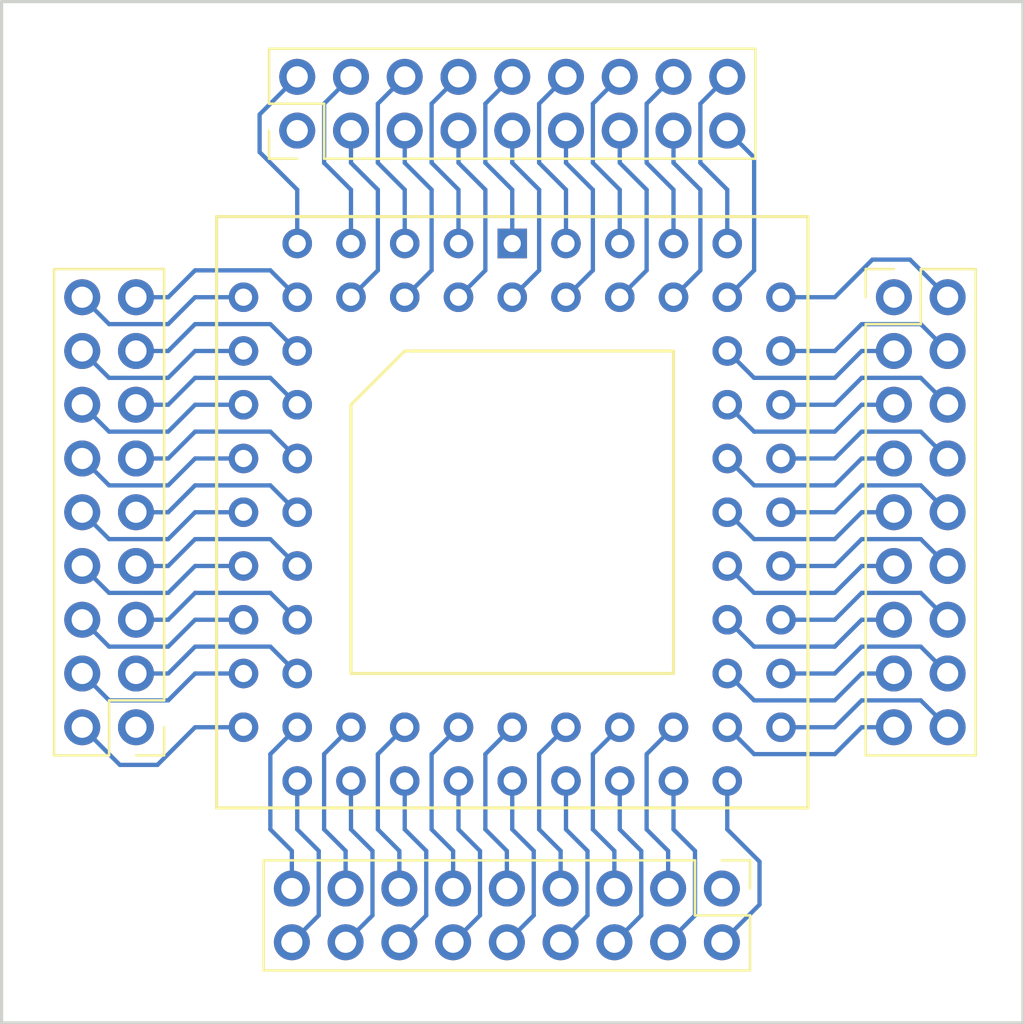
<source format=kicad_pcb>
(kicad_pcb (version 4) (host pcbnew 4.0.7)

  (general
    (links 0)
    (no_connects 0)
    (area 41.834999 36.754999 90.245001 85.165001)
    (thickness 1.6)
    (drawings 4)
    (tracks 271)
    (zones 0)
    (modules 5)
    (nets 1)
  )

  (page A4)
  (layers
    (0 F.Cu signal)
    (31 B.Cu signal)
    (36 B.SilkS user)
    (37 F.SilkS user)
    (38 B.Mask user)
    (39 F.Mask user)
    (41 Cmts.User user)
    (44 Edge.Cuts user)
    (45 Margin user)
    (46 B.CrtYd user)
    (47 F.CrtYd user)
  )

  (setup
    (last_trace_width 0.2032)
    (trace_clearance 0.1524)
    (zone_clearance 0.508)
    (zone_45_only no)
    (trace_min 0.1524)
    (segment_width 0.2)
    (edge_width 0.15)
    (via_size 0.6858)
    (via_drill 0.3302)
    (via_min_size 0.6858)
    (via_min_drill 0.3302)
    (uvia_size 0.6858)
    (uvia_drill 0.3302)
    (uvias_allowed no)
    (uvia_min_size 0)
    (uvia_min_drill 0)
    (pcb_text_width 0.3)
    (pcb_text_size 1.5 1.5)
    (mod_edge_width 0.15)
    (mod_text_size 1 1)
    (mod_text_width 0.15)
    (pad_size 1.7 1.7)
    (pad_drill 1)
    (pad_to_mask_clearance 0.0508)
    (aux_axis_origin 0 0)
    (visible_elements 7FFFFFFF)
    (pcbplotparams
      (layerselection 0x00030_80000001)
      (usegerberextensions false)
      (excludeedgelayer true)
      (linewidth 0.100000)
      (plotframeref false)
      (viasonmask false)
      (mode 1)
      (useauxorigin false)
      (hpglpennumber 1)
      (hpglpenspeed 20)
      (hpglpendiameter 15)
      (hpglpenoverlay 2)
      (psnegative false)
      (psa4output false)
      (plotreference true)
      (plotvalue true)
      (plotinvisibletext false)
      (padsonsilk false)
      (subtractmaskfromsilk false)
      (outputformat 1)
      (mirror false)
      (drillshape 1)
      (scaleselection 1)
      (outputdirectory ""))
  )

  (net 0 "")

  (net_class Default "This is the default net class."
    (clearance 0.1524)
    (trace_width 0.2032)
    (via_dia 0.6858)
    (via_drill 0.3302)
    (uvia_dia 0.6858)
    (uvia_drill 0.3302)
  )

  (module Pin_Headers:Pin_Header_Straight_2x09_Pitch2.54mm (layer F.Cu) (tedit 5A942262) (tstamp 5A91F146)
    (at 55.88 42.926 90)
    (descr "Through hole straight pin header, 2x09, 2.54mm pitch, double rows")
    (tags "Through hole pin header THT 2x09 2.54mm double row")
    (fp_text reference "" (at 1.27 -2.33 90) (layer F.SilkS) hide
      (effects (font (size 1 1) (thickness 0.15)))
    )
    (fp_text value "" (at 1.27 22.65 90) (layer F.Fab) hide
      (effects (font (size 1 1) (thickness 0.15)))
    )
    (fp_line (start 0 -1.27) (end 3.81 -1.27) (layer F.Fab) (width 0.1))
    (fp_line (start 3.81 -1.27) (end 3.81 21.59) (layer F.Fab) (width 0.1))
    (fp_line (start 3.81 21.59) (end -1.27 21.59) (layer F.Fab) (width 0.1))
    (fp_line (start -1.27 21.59) (end -1.27 0) (layer F.Fab) (width 0.1))
    (fp_line (start -1.27 0) (end 0 -1.27) (layer F.Fab) (width 0.1))
    (fp_line (start -1.33 21.65) (end 3.87 21.65) (layer F.SilkS) (width 0.12))
    (fp_line (start -1.33 1.27) (end -1.33 21.65) (layer F.SilkS) (width 0.12))
    (fp_line (start 3.87 -1.33) (end 3.87 21.65) (layer F.SilkS) (width 0.12))
    (fp_line (start -1.33 1.27) (end 1.27 1.27) (layer F.SilkS) (width 0.12))
    (fp_line (start 1.27 1.27) (end 1.27 -1.33) (layer F.SilkS) (width 0.12))
    (fp_line (start 1.27 -1.33) (end 3.87 -1.33) (layer F.SilkS) (width 0.12))
    (fp_line (start -1.33 0) (end -1.33 -1.33) (layer F.SilkS) (width 0.12))
    (fp_line (start -1.33 -1.33) (end 0 -1.33) (layer F.SilkS) (width 0.12))
    (fp_line (start -1.8 -1.8) (end -1.8 22.1) (layer F.CrtYd) (width 0.05))
    (fp_line (start -1.8 22.1) (end 4.35 22.1) (layer F.CrtYd) (width 0.05))
    (fp_line (start 4.35 22.1) (end 4.35 -1.8) (layer F.CrtYd) (width 0.05))
    (fp_line (start 4.35 -1.8) (end -1.8 -1.8) (layer F.CrtYd) (width 0.05))
    (fp_text user %R (at 1.27 10.16 180) (layer F.Fab)
      (effects (font (size 1 1) (thickness 0.15)))
    )
    (pad 1 thru_hole circle (at 0 0 90) (size 1.7 1.7) (drill 1) (layers *.Cu *.Mask))
    (pad 2 thru_hole oval (at 2.54 0 90) (size 1.7 1.7) (drill 1) (layers *.Cu *.Mask))
    (pad 3 thru_hole oval (at 0 2.54 90) (size 1.7 1.7) (drill 1) (layers *.Cu *.Mask))
    (pad 4 thru_hole oval (at 2.54 2.54 90) (size 1.7 1.7) (drill 1) (layers *.Cu *.Mask))
    (pad 5 thru_hole oval (at 0 5.08 90) (size 1.7 1.7) (drill 1) (layers *.Cu *.Mask))
    (pad 6 thru_hole oval (at 2.54 5.08 90) (size 1.7 1.7) (drill 1) (layers *.Cu *.Mask))
    (pad 7 thru_hole oval (at 0 7.62 90) (size 1.7 1.7) (drill 1) (layers *.Cu *.Mask))
    (pad 8 thru_hole oval (at 2.54 7.62 90) (size 1.7 1.7) (drill 1) (layers *.Cu *.Mask))
    (pad 9 thru_hole oval (at 0 10.16 90) (size 1.7 1.7) (drill 1) (layers *.Cu *.Mask))
    (pad 10 thru_hole oval (at 2.54 10.16 90) (size 1.7 1.7) (drill 1) (layers *.Cu *.Mask))
    (pad 11 thru_hole oval (at 0 12.7 90) (size 1.7 1.7) (drill 1) (layers *.Cu *.Mask))
    (pad 12 thru_hole oval (at 2.54 12.7 90) (size 1.7 1.7) (drill 1) (layers *.Cu *.Mask))
    (pad 13 thru_hole oval (at 0 15.24 90) (size 1.7 1.7) (drill 1) (layers *.Cu *.Mask))
    (pad 14 thru_hole oval (at 2.54 15.24 90) (size 1.7 1.7) (drill 1) (layers *.Cu *.Mask))
    (pad 15 thru_hole oval (at 0 17.78 90) (size 1.7 1.7) (drill 1) (layers *.Cu *.Mask))
    (pad 16 thru_hole oval (at 2.54 17.78 90) (size 1.7 1.7) (drill 1) (layers *.Cu *.Mask))
    (pad 17 thru_hole oval (at 0 20.32 90) (size 1.7 1.7) (drill 1) (layers *.Cu *.Mask))
    (pad 18 thru_hole oval (at 2.54 20.32 90) (size 1.7 1.7) (drill 1) (layers *.Cu *.Mask))
    (model ${KISYS3DMOD}/Pin_Headers.3dshapes/Pin_Header_Straight_2x09_Pitch2.54mm.wrl
      (at (xyz 0 0 0))
      (scale (xyz 1 1 1))
      (rotate (xyz 0 0 0))
    )
  )

  (module Pin_Headers:Pin_Header_Straight_2x09_Pitch2.54mm (layer F.Cu) (tedit 5A94241C) (tstamp 5A91F302)
    (at 75.946 78.74 270)
    (descr "Through hole straight pin header, 2x09, 2.54mm pitch, double rows")
    (tags "Through hole pin header THT 2x09 2.54mm double row")
    (fp_text reference "" (at 1.27 -2.33 270) (layer F.SilkS) hide
      (effects (font (size 1 1) (thickness 0.15)))
    )
    (fp_text value "" (at 1.27 22.65 270) (layer F.Fab) hide
      (effects (font (size 1 1) (thickness 0.15)))
    )
    (fp_line (start 0 -1.27) (end 3.81 -1.27) (layer F.Fab) (width 0.1))
    (fp_line (start 3.81 -1.27) (end 3.81 21.59) (layer F.Fab) (width 0.1))
    (fp_line (start 3.81 21.59) (end -1.27 21.59) (layer F.Fab) (width 0.1))
    (fp_line (start -1.27 21.59) (end -1.27 0) (layer F.Fab) (width 0.1))
    (fp_line (start -1.27 0) (end 0 -1.27) (layer F.Fab) (width 0.1))
    (fp_line (start -1.33 21.65) (end 3.87 21.65) (layer F.SilkS) (width 0.12))
    (fp_line (start -1.33 1.27) (end -1.33 21.65) (layer F.SilkS) (width 0.12))
    (fp_line (start 3.87 -1.33) (end 3.87 21.65) (layer F.SilkS) (width 0.12))
    (fp_line (start -1.33 1.27) (end 1.27 1.27) (layer F.SilkS) (width 0.12))
    (fp_line (start 1.27 1.27) (end 1.27 -1.33) (layer F.SilkS) (width 0.12))
    (fp_line (start 1.27 -1.33) (end 3.87 -1.33) (layer F.SilkS) (width 0.12))
    (fp_line (start -1.33 0) (end -1.33 -1.33) (layer F.SilkS) (width 0.12))
    (fp_line (start -1.33 -1.33) (end 0 -1.33) (layer F.SilkS) (width 0.12))
    (fp_line (start -1.8 -1.8) (end -1.8 22.1) (layer F.CrtYd) (width 0.05))
    (fp_line (start -1.8 22.1) (end 4.35 22.1) (layer F.CrtYd) (width 0.05))
    (fp_line (start 4.35 22.1) (end 4.35 -1.8) (layer F.CrtYd) (width 0.05))
    (fp_line (start 4.35 -1.8) (end -1.8 -1.8) (layer F.CrtYd) (width 0.05))
    (fp_text user %R (at 1.27 10.16 360) (layer F.Fab)
      (effects (font (size 1 1) (thickness 0.15)))
    )
    (pad 1 thru_hole circle (at 0 0 270) (size 1.7 1.7) (drill 1) (layers *.Cu *.Mask))
    (pad 2 thru_hole oval (at 2.54 0 270) (size 1.7 1.7) (drill 1) (layers *.Cu *.Mask))
    (pad 3 thru_hole oval (at 0 2.54 270) (size 1.7 1.7) (drill 1) (layers *.Cu *.Mask))
    (pad 4 thru_hole oval (at 2.54 2.54 270) (size 1.7 1.7) (drill 1) (layers *.Cu *.Mask))
    (pad 5 thru_hole oval (at 0 5.08 270) (size 1.7 1.7) (drill 1) (layers *.Cu *.Mask))
    (pad 6 thru_hole oval (at 2.54 5.08 270) (size 1.7 1.7) (drill 1) (layers *.Cu *.Mask))
    (pad 7 thru_hole oval (at 0 7.62 270) (size 1.7 1.7) (drill 1) (layers *.Cu *.Mask))
    (pad 8 thru_hole oval (at 2.54 7.62 270) (size 1.7 1.7) (drill 1) (layers *.Cu *.Mask))
    (pad 9 thru_hole oval (at 0 10.16 270) (size 1.7 1.7) (drill 1) (layers *.Cu *.Mask))
    (pad 10 thru_hole oval (at 2.54 10.16 270) (size 1.7 1.7) (drill 1) (layers *.Cu *.Mask))
    (pad 11 thru_hole oval (at 0 12.7 270) (size 1.7 1.7) (drill 1) (layers *.Cu *.Mask))
    (pad 12 thru_hole oval (at 2.54 12.7 270) (size 1.7 1.7) (drill 1) (layers *.Cu *.Mask))
    (pad 13 thru_hole oval (at 0 15.24 270) (size 1.7 1.7) (drill 1) (layers *.Cu *.Mask))
    (pad 14 thru_hole oval (at 2.54 15.24 270) (size 1.7 1.7) (drill 1) (layers *.Cu *.Mask))
    (pad 15 thru_hole oval (at 0 17.78 270) (size 1.7 1.7) (drill 1) (layers *.Cu *.Mask))
    (pad 16 thru_hole oval (at 2.54 17.78 270) (size 1.7 1.7) (drill 1) (layers *.Cu *.Mask))
    (pad 17 thru_hole oval (at 0 20.32 270) (size 1.7 1.7) (drill 1) (layers *.Cu *.Mask))
    (pad 18 thru_hole oval (at 2.54 20.32 270) (size 1.7 1.7) (drill 1) (layers *.Cu *.Mask))
    (model ${KISYS3DMOD}/Pin_Headers.3dshapes/Pin_Header_Straight_2x09_Pitch2.54mm.wrl
      (at (xyz 0 0 0))
      (scale (xyz 1 1 1))
      (rotate (xyz 0 0 0))
    )
  )

  (module Pin_Headers:Pin_Header_Straight_2x09_Pitch2.54mm (layer F.Cu) (tedit 5A942513) (tstamp 5A91E42C)
    (at 48.26 71.12 180)
    (descr "Through hole straight pin header, 2x09, 2.54mm pitch, double rows")
    (tags "Through hole pin header THT 2x09 2.54mm double row")
    (fp_text reference "" (at 1.27 -2.33 180) (layer F.SilkS) hide
      (effects (font (size 1 1) (thickness 0.15)))
    )
    (fp_text value "" (at 1.27 22.65 180) (layer F.Fab) hide
      (effects (font (size 1 1) (thickness 0.15)))
    )
    (fp_line (start 0 -1.27) (end 3.81 -1.27) (layer F.Fab) (width 0.1))
    (fp_line (start 3.81 -1.27) (end 3.81 21.59) (layer F.Fab) (width 0.1))
    (fp_line (start 3.81 21.59) (end -1.27 21.59) (layer F.Fab) (width 0.1))
    (fp_line (start -1.27 21.59) (end -1.27 0) (layer F.Fab) (width 0.1))
    (fp_line (start -1.27 0) (end 0 -1.27) (layer F.Fab) (width 0.1))
    (fp_line (start -1.33 21.65) (end 3.87 21.65) (layer F.SilkS) (width 0.12))
    (fp_line (start -1.33 1.27) (end -1.33 21.65) (layer F.SilkS) (width 0.12))
    (fp_line (start 3.87 -1.33) (end 3.87 21.65) (layer F.SilkS) (width 0.12))
    (fp_line (start -1.33 1.27) (end 1.27 1.27) (layer F.SilkS) (width 0.12))
    (fp_line (start 1.27 1.27) (end 1.27 -1.33) (layer F.SilkS) (width 0.12))
    (fp_line (start 1.27 -1.33) (end 3.87 -1.33) (layer F.SilkS) (width 0.12))
    (fp_line (start -1.33 0) (end -1.33 -1.33) (layer F.SilkS) (width 0.12))
    (fp_line (start -1.33 -1.33) (end 0 -1.33) (layer F.SilkS) (width 0.12))
    (fp_line (start -1.8 -1.8) (end -1.8 22.1) (layer F.CrtYd) (width 0.05))
    (fp_line (start -1.8 22.1) (end 4.35 22.1) (layer F.CrtYd) (width 0.05))
    (fp_line (start 4.35 22.1) (end 4.35 -1.8) (layer F.CrtYd) (width 0.05))
    (fp_line (start 4.35 -1.8) (end -1.8 -1.8) (layer F.CrtYd) (width 0.05))
    (fp_text user %R (at 1.27 10.16 270) (layer F.Fab)
      (effects (font (size 1 1) (thickness 0.15)))
    )
    (pad 1 thru_hole circle (at 0 0 180) (size 1.7 1.7) (drill 1) (layers *.Cu *.Mask))
    (pad 2 thru_hole oval (at 2.54 0 180) (size 1.7 1.7) (drill 1) (layers *.Cu *.Mask))
    (pad 3 thru_hole oval (at 0 2.54 180) (size 1.7 1.7) (drill 1) (layers *.Cu *.Mask))
    (pad 4 thru_hole oval (at 2.54 2.54 180) (size 1.7 1.7) (drill 1) (layers *.Cu *.Mask))
    (pad 5 thru_hole oval (at 0 5.08 180) (size 1.7 1.7) (drill 1) (layers *.Cu *.Mask))
    (pad 6 thru_hole oval (at 2.54 5.08 180) (size 1.7 1.7) (drill 1) (layers *.Cu *.Mask))
    (pad 7 thru_hole oval (at 0 7.62 180) (size 1.7 1.7) (drill 1) (layers *.Cu *.Mask))
    (pad 8 thru_hole oval (at 2.54 7.62 180) (size 1.7 1.7) (drill 1) (layers *.Cu *.Mask))
    (pad 9 thru_hole oval (at 0 10.16 180) (size 1.7 1.7) (drill 1) (layers *.Cu *.Mask))
    (pad 10 thru_hole oval (at 2.54 10.16 180) (size 1.7 1.7) (drill 1) (layers *.Cu *.Mask))
    (pad 11 thru_hole oval (at 0 12.7 180) (size 1.7 1.7) (drill 1) (layers *.Cu *.Mask))
    (pad 12 thru_hole oval (at 2.54 12.7 180) (size 1.7 1.7) (drill 1) (layers *.Cu *.Mask))
    (pad 13 thru_hole oval (at 0 15.24 180) (size 1.7 1.7) (drill 1) (layers *.Cu *.Mask))
    (pad 14 thru_hole oval (at 2.54 15.24 180) (size 1.7 1.7) (drill 1) (layers *.Cu *.Mask))
    (pad 15 thru_hole oval (at 0 17.78 180) (size 1.7 1.7) (drill 1) (layers *.Cu *.Mask))
    (pad 16 thru_hole oval (at 2.54 17.78 180) (size 1.7 1.7) (drill 1) (layers *.Cu *.Mask))
    (pad 17 thru_hole oval (at 0 20.32 180) (size 1.7 1.7) (drill 1) (layers *.Cu *.Mask))
    (pad 18 thru_hole oval (at 2.54 20.32 180) (size 1.7 1.7) (drill 1) (layers *.Cu *.Mask))
    (model ${KISYS3DMOD}/Pin_Headers.3dshapes/Pin_Header_Straight_2x09_Pitch2.54mm.wrl
      (at (xyz 0 0 0))
      (scale (xyz 1 1 1))
      (rotate (xyz 0 0 0))
    )
  )

  (module Sockets:PLCC68 (layer F.Cu) (tedit 5A91EB47) (tstamp 5A91DE5A)
    (at 66.04 60.96 270)
    (descr "Support Plcc 68 pins, pads ronds")
    (tags PLCC)
    (fp_text reference REF** (at 0 -2.54 270) (layer F.SilkS) hide
      (effects (font (size 1 1) (thickness 0.15)))
    )
    (fp_text value PLCC68 (at 0 2.54 270) (layer F.Fab)
      (effects (font (size 1 1) (thickness 0.15)))
    )
    (fp_line (start -13.97 -13.97) (end 13.97 -13.97) (layer F.SilkS) (width 0.15))
    (fp_line (start 13.97 -13.97) (end 13.97 13.97) (layer F.SilkS) (width 0.15))
    (fp_line (start 13.97 13.97) (end -13.97 13.97) (layer F.SilkS) (width 0.15))
    (fp_line (start -13.97 13.97) (end -13.97 -13.97) (layer F.SilkS) (width 0.15))
    (fp_line (start -7.62 -7.62) (end 7.62 -7.62) (layer F.SilkS) (width 0.15))
    (fp_line (start 7.62 -7.62) (end 7.62 7.62) (layer F.SilkS) (width 0.15))
    (fp_line (start 7.62 7.62) (end -5.08 7.62) (layer F.SilkS) (width 0.15))
    (fp_line (start -5.08 7.62) (end -7.62 5.08) (layer F.SilkS) (width 0.15))
    (fp_line (start -7.62 5.08) (end -7.62 -7.62) (layer F.SilkS) (width 0.15))
    (pad 1 thru_hole rect (at -12.7 0 270) (size 1.397 1.397) (drill 0.8128) (layers *.Cu *.Mask))
    (pad 2 thru_hole circle (at -10.16 0 270) (size 1.397 1.397) (drill 0.8128) (layers *.Cu *.Mask))
    (pad 3 thru_hole circle (at -12.7 2.54 270) (size 1.397 1.397) (drill 0.8128) (layers *.Cu *.Mask))
    (pad 4 thru_hole circle (at -10.16 2.54 270) (size 1.397 1.397) (drill 0.8128) (layers *.Cu *.Mask))
    (pad 5 thru_hole circle (at -12.7 5.08 270) (size 1.397 1.397) (drill 0.8128) (layers *.Cu *.Mask))
    (pad 6 thru_hole circle (at -10.16 5.08 270) (size 1.397 1.397) (drill 0.8128) (layers *.Cu *.Mask))
    (pad 7 thru_hole circle (at -12.7 7.62 270) (size 1.397 1.397) (drill 0.8128) (layers *.Cu *.Mask))
    (pad 8 thru_hole circle (at -10.16 7.62 270) (size 1.397 1.397) (drill 0.8128) (layers *.Cu *.Mask))
    (pad 9 thru_hole circle (at -12.7 10.16 270) (size 1.397 1.397) (drill 0.8128) (layers *.Cu *.Mask))
    (pad 10 thru_hole circle (at -10.16 12.7 270) (size 1.397 1.397) (drill 0.8128) (layers *.Cu *.Mask))
    (pad 11 thru_hole circle (at -10.16 10.16 270) (size 1.397 1.397) (drill 0.8128) (layers *.Cu *.Mask))
    (pad 12 thru_hole circle (at -7.62 12.7 270) (size 1.397 1.397) (drill 0.8128) (layers *.Cu *.Mask))
    (pad 13 thru_hole circle (at -7.62 10.16 270) (size 1.397 1.397) (drill 0.8128) (layers *.Cu *.Mask))
    (pad 14 thru_hole circle (at -5.08 12.7 270) (size 1.397 1.397) (drill 0.8128) (layers *.Cu *.Mask))
    (pad 15 thru_hole circle (at -5.08 10.16 270) (size 1.397 1.397) (drill 0.8128) (layers *.Cu *.Mask))
    (pad 16 thru_hole circle (at -2.54 12.7 270) (size 1.397 1.397) (drill 0.8128) (layers *.Cu *.Mask))
    (pad 17 thru_hole circle (at -2.54 10.16 270) (size 1.397 1.397) (drill 0.8128) (layers *.Cu *.Mask))
    (pad 18 thru_hole circle (at 0 12.7 270) (size 1.397 1.397) (drill 0.8128) (layers *.Cu *.Mask))
    (pad 19 thru_hole circle (at 0 10.16 270) (size 1.397 1.397) (drill 0.8128) (layers *.Cu *.Mask))
    (pad 20 thru_hole circle (at 2.54 12.7 270) (size 1.397 1.397) (drill 0.8128) (layers *.Cu *.Mask))
    (pad 21 thru_hole circle (at 2.54 10.16 270) (size 1.397 1.397) (drill 0.8128) (layers *.Cu *.Mask))
    (pad 22 thru_hole circle (at 5.08 12.7 270) (size 1.397 1.397) (drill 0.8128) (layers *.Cu *.Mask))
    (pad 23 thru_hole circle (at 5.08 10.16 270) (size 1.397 1.397) (drill 0.8128) (layers *.Cu *.Mask))
    (pad 24 thru_hole circle (at 7.62 12.7 270) (size 1.397 1.397) (drill 0.8128) (layers *.Cu *.Mask))
    (pad 25 thru_hole circle (at 7.62 10.16 270) (size 1.397 1.397) (drill 0.8128) (layers *.Cu *.Mask))
    (pad 26 thru_hole circle (at 10.16 12.7 270) (size 1.397 1.397) (drill 0.8128) (layers *.Cu *.Mask))
    (pad 27 thru_hole circle (at 12.7 10.16 270) (size 1.397 1.397) (drill 0.8128) (layers *.Cu *.Mask))
    (pad 28 thru_hole circle (at 10.16 10.16 270) (size 1.397 1.397) (drill 0.8128) (layers *.Cu *.Mask))
    (pad 29 thru_hole circle (at 12.7 7.62 270) (size 1.397 1.397) (drill 0.8128) (layers *.Cu *.Mask))
    (pad 30 thru_hole circle (at 10.16 7.62 270) (size 1.397 1.397) (drill 0.8128) (layers *.Cu *.Mask))
    (pad 31 thru_hole circle (at 12.7 5.08 270) (size 1.397 1.397) (drill 0.8128) (layers *.Cu *.Mask))
    (pad 32 thru_hole circle (at 10.16 5.08 270) (size 1.397 1.397) (drill 0.8128) (layers *.Cu *.Mask))
    (pad 33 thru_hole circle (at 12.7 2.54 270) (size 1.397 1.397) (drill 0.8128) (layers *.Cu *.Mask))
    (pad 34 thru_hole circle (at 10.16 2.54 270) (size 1.397 1.397) (drill 0.8128) (layers *.Cu *.Mask))
    (pad 35 thru_hole circle (at 12.7 0 270) (size 1.397 1.397) (drill 0.8128) (layers *.Cu *.Mask))
    (pad 36 thru_hole circle (at 10.16 0 270) (size 1.397 1.397) (drill 0.8128) (layers *.Cu *.Mask))
    (pad 37 thru_hole circle (at 12.7 -2.54 270) (size 1.397 1.397) (drill 0.8128) (layers *.Cu *.Mask))
    (pad 38 thru_hole circle (at 10.16 -2.54 270) (size 1.397 1.397) (drill 0.8128) (layers *.Cu *.Mask))
    (pad 39 thru_hole circle (at 12.7 -5.08 270) (size 1.397 1.397) (drill 0.8128) (layers *.Cu *.Mask))
    (pad 40 thru_hole circle (at 10.16 -5.08 270) (size 1.397 1.397) (drill 0.8128) (layers *.Cu *.Mask))
    (pad 41 thru_hole circle (at 12.7 -7.62 270) (size 1.397 1.397) (drill 0.8128) (layers *.Cu *.Mask))
    (pad 42 thru_hole circle (at 10.16 -7.62 270) (size 1.397 1.397) (drill 0.8128) (layers *.Cu *.Mask))
    (pad 43 thru_hole circle (at 12.7 -10.16 270) (size 1.397 1.397) (drill 0.8128) (layers *.Cu *.Mask))
    (pad 44 thru_hole circle (at 10.16 -12.7 270) (size 1.397 1.397) (drill 0.8128) (layers *.Cu *.Mask))
    (pad 45 thru_hole circle (at 10.16 -10.16 270) (size 1.397 1.397) (drill 0.8128) (layers *.Cu *.Mask))
    (pad 46 thru_hole circle (at 7.62 -12.7 270) (size 1.397 1.397) (drill 0.8128) (layers *.Cu *.Mask))
    (pad 47 thru_hole circle (at 7.62 -10.16 270) (size 1.397 1.397) (drill 0.8128) (layers *.Cu *.Mask))
    (pad 48 thru_hole circle (at 5.08 -12.7 270) (size 1.397 1.397) (drill 0.8128) (layers *.Cu *.Mask))
    (pad 49 thru_hole circle (at 5.08 -10.16 270) (size 1.397 1.397) (drill 0.8128) (layers *.Cu *.Mask))
    (pad 50 thru_hole circle (at 2.54 -12.7 270) (size 1.397 1.397) (drill 0.8128) (layers *.Cu *.Mask))
    (pad 51 thru_hole circle (at 2.54 -10.16 270) (size 1.397 1.397) (drill 0.8128) (layers *.Cu *.Mask))
    (pad 52 thru_hole circle (at 0 -12.7 270) (size 1.397 1.397) (drill 0.8128) (layers *.Cu *.Mask))
    (pad 53 thru_hole circle (at 0 -10.16 270) (size 1.397 1.397) (drill 0.8128) (layers *.Cu *.Mask))
    (pad 54 thru_hole circle (at -2.54 -12.7 270) (size 1.397 1.397) (drill 0.8128) (layers *.Cu *.Mask))
    (pad 55 thru_hole circle (at -2.54 -10.16 270) (size 1.397 1.397) (drill 0.8128) (layers *.Cu *.Mask))
    (pad 56 thru_hole circle (at -5.08 -12.7 270) (size 1.397 1.397) (drill 0.8128) (layers *.Cu *.Mask))
    (pad 57 thru_hole circle (at -5.08 -10.16 270) (size 1.397 1.397) (drill 0.8128) (layers *.Cu *.Mask))
    (pad 58 thru_hole circle (at -7.62 -12.7 270) (size 1.397 1.397) (drill 0.8128) (layers *.Cu *.Mask))
    (pad 59 thru_hole circle (at -7.62 -10.16 270) (size 1.397 1.397) (drill 0.8128) (layers *.Cu *.Mask))
    (pad 60 thru_hole circle (at -10.16 -12.7 270) (size 1.397 1.397) (drill 0.8128) (layers *.Cu *.Mask))
    (pad 61 thru_hole circle (at -12.7 -10.16 270) (size 1.397 1.397) (drill 0.8128) (layers *.Cu *.Mask))
    (pad 62 thru_hole circle (at -10.16 -10.16 270) (size 1.397 1.397) (drill 0.8128) (layers *.Cu *.Mask))
    (pad 63 thru_hole circle (at -12.7 -7.62 270) (size 1.397 1.397) (drill 0.8128) (layers *.Cu *.Mask))
    (pad 64 thru_hole circle (at -10.16 -7.62 270) (size 1.397 1.397) (drill 0.8128) (layers *.Cu *.Mask))
    (pad 65 thru_hole circle (at -12.7 -5.08 270) (size 1.397 1.397) (drill 0.8128) (layers *.Cu *.Mask))
    (pad 66 thru_hole circle (at -10.16 -5.08 270) (size 1.397 1.397) (drill 0.8128) (layers *.Cu *.Mask))
    (pad 67 thru_hole circle (at -12.7 -2.54 270) (size 1.397 1.397) (drill 0.8128) (layers *.Cu *.Mask))
    (pad 68 thru_hole circle (at -10.16 -2.54 270) (size 1.397 1.397) (drill 0.8128) (layers *.Cu *.Mask))
    (model Sockets.3dshapes/PLCC68.wrl
      (at (xyz 0 0 0))
      (scale (xyz 1 1 1))
      (rotate (xyz 0 0 0))
    )
  )

  (module Pin_Headers:Pin_Header_Straight_2x09_Pitch2.54mm (layer F.Cu) (tedit 5A942279) (tstamp 5A91E402)
    (at 84.074 50.8)
    (descr "Through hole straight pin header, 2x09, 2.54mm pitch, double rows")
    (tags "Through hole pin header THT 2x09 2.54mm double row")
    (fp_text reference "" (at 1.27 -2.33) (layer F.SilkS) hide
      (effects (font (size 1 1) (thickness 0.15)))
    )
    (fp_text value "" (at 1.27 22.65) (layer F.Fab) hide
      (effects (font (size 1 1) (thickness 0.15)))
    )
    (fp_line (start 0 -1.27) (end 3.81 -1.27) (layer F.Fab) (width 0.1))
    (fp_line (start 3.81 -1.27) (end 3.81 21.59) (layer F.Fab) (width 0.1))
    (fp_line (start 3.81 21.59) (end -1.27 21.59) (layer F.Fab) (width 0.1))
    (fp_line (start -1.27 21.59) (end -1.27 0) (layer F.Fab) (width 0.1))
    (fp_line (start -1.27 0) (end 0 -1.27) (layer F.Fab) (width 0.1))
    (fp_line (start -1.33 21.65) (end 3.87 21.65) (layer F.SilkS) (width 0.12))
    (fp_line (start -1.33 1.27) (end -1.33 21.65) (layer F.SilkS) (width 0.12))
    (fp_line (start 3.87 -1.33) (end 3.87 21.65) (layer F.SilkS) (width 0.12))
    (fp_line (start -1.33 1.27) (end 1.27 1.27) (layer F.SilkS) (width 0.12))
    (fp_line (start 1.27 1.27) (end 1.27 -1.33) (layer F.SilkS) (width 0.12))
    (fp_line (start 1.27 -1.33) (end 3.87 -1.33) (layer F.SilkS) (width 0.12))
    (fp_line (start -1.33 0) (end -1.33 -1.33) (layer F.SilkS) (width 0.12))
    (fp_line (start -1.33 -1.33) (end 0 -1.33) (layer F.SilkS) (width 0.12))
    (fp_line (start -1.8 -1.8) (end -1.8 22.1) (layer F.CrtYd) (width 0.05))
    (fp_line (start -1.8 22.1) (end 4.35 22.1) (layer F.CrtYd) (width 0.05))
    (fp_line (start 4.35 22.1) (end 4.35 -1.8) (layer F.CrtYd) (width 0.05))
    (fp_line (start 4.35 -1.8) (end -1.8 -1.8) (layer F.CrtYd) (width 0.05))
    (fp_text user %R (at 1.27 10.16 90) (layer F.Fab)
      (effects (font (size 1 1) (thickness 0.15)))
    )
    (pad 1 thru_hole circle (at 0 0) (size 1.7 1.7) (drill 1) (layers *.Cu *.Mask))
    (pad 2 thru_hole oval (at 2.54 0) (size 1.7 1.7) (drill 1) (layers *.Cu *.Mask))
    (pad 3 thru_hole oval (at 0 2.54) (size 1.7 1.7) (drill 1) (layers *.Cu *.Mask))
    (pad 4 thru_hole oval (at 2.54 2.54) (size 1.7 1.7) (drill 1) (layers *.Cu *.Mask))
    (pad 5 thru_hole oval (at 0 5.08) (size 1.7 1.7) (drill 1) (layers *.Cu *.Mask))
    (pad 6 thru_hole oval (at 2.54 5.08) (size 1.7 1.7) (drill 1) (layers *.Cu *.Mask))
    (pad 7 thru_hole oval (at 0 7.62) (size 1.7 1.7) (drill 1) (layers *.Cu *.Mask))
    (pad 8 thru_hole oval (at 2.54 7.62) (size 1.7 1.7) (drill 1) (layers *.Cu *.Mask))
    (pad 9 thru_hole oval (at 0 10.16) (size 1.7 1.7) (drill 1) (layers *.Cu *.Mask))
    (pad 10 thru_hole oval (at 2.54 10.16) (size 1.7 1.7) (drill 1) (layers *.Cu *.Mask))
    (pad 11 thru_hole oval (at 0 12.7) (size 1.7 1.7) (drill 1) (layers *.Cu *.Mask))
    (pad 12 thru_hole oval (at 2.54 12.7) (size 1.7 1.7) (drill 1) (layers *.Cu *.Mask))
    (pad 13 thru_hole oval (at 0 15.24) (size 1.7 1.7) (drill 1) (layers *.Cu *.Mask))
    (pad 14 thru_hole oval (at 2.54 15.24) (size 1.7 1.7) (drill 1) (layers *.Cu *.Mask))
    (pad 15 thru_hole oval (at 0 17.78) (size 1.7 1.7) (drill 1) (layers *.Cu *.Mask))
    (pad 16 thru_hole oval (at 2.54 17.78) (size 1.7 1.7) (drill 1) (layers *.Cu *.Mask))
    (pad 17 thru_hole oval (at 0 20.32) (size 1.7 1.7) (drill 1) (layers *.Cu *.Mask))
    (pad 18 thru_hole oval (at 2.54 20.32) (size 1.7 1.7) (drill 1) (layers *.Cu *.Mask))
    (model ${KISYS3DMOD}/Pin_Headers.3dshapes/Pin_Header_Straight_2x09_Pitch2.54mm.wrl
      (at (xyz 0 0 0))
      (scale (xyz 1 1 1))
      (rotate (xyz 0 0 0))
    )
  )

  (gr_line (start 41.91 85.09) (end 41.91 36.83) (angle 90) (layer Edge.Cuts) (width 0.15))
  (gr_line (start 90.17 85.09) (end 41.91 85.09) (angle 90) (layer Edge.Cuts) (width 0.15))
  (gr_line (start 90.17 36.83) (end 90.17 85.09) (angle 90) (layer Edge.Cuts) (width 0.15))
  (gr_line (start 41.91 36.83) (end 90.17 36.83) (angle 90) (layer Edge.Cuts) (width 0.15))

  (segment (start 55.88 50.8) (end 54.61 49.53) (width 0.2032) (layer B.Cu) (net 0) (status 400000))
  (segment (start 49.784 50.8) (end 48.26 50.8) (width 0.2032) (layer B.Cu) (net 0) (tstamp 5A942894) (status 800000))
  (segment (start 51.054 49.53) (end 49.784 50.8) (width 0.2032) (layer B.Cu) (net 0) (tstamp 5A942891))
  (segment (start 54.61 49.53) (end 51.054 49.53) (width 0.2032) (layer B.Cu) (net 0) (tstamp 5A94288E))
  (segment (start 55.88 68.58) (end 54.61 67.31) (width 0.2032) (layer B.Cu) (net 0) (status 400000))
  (segment (start 49.784 68.58) (end 48.26 68.58) (width 0.2032) (layer B.Cu) (net 0) (tstamp 5A942885) (status 800000))
  (segment (start 51.054 67.31) (end 49.784 68.58) (width 0.2032) (layer B.Cu) (net 0) (tstamp 5A942883))
  (segment (start 54.61 67.31) (end 51.054 67.31) (width 0.2032) (layer B.Cu) (net 0) (tstamp 5A942881))
  (segment (start 55.88 66.04) (end 54.61 64.77) (width 0.2032) (layer B.Cu) (net 0) (status 400000))
  (segment (start 49.784 66.04) (end 48.26 66.04) (width 0.2032) (layer B.Cu) (net 0) (tstamp 5A94287D) (status 800000))
  (segment (start 51.054 64.77) (end 49.784 66.04) (width 0.2032) (layer B.Cu) (net 0) (tstamp 5A94287C))
  (segment (start 54.61 64.77) (end 51.054 64.77) (width 0.2032) (layer B.Cu) (net 0) (tstamp 5A94287B))
  (segment (start 55.88 63.5) (end 54.61 62.23) (width 0.2032) (layer B.Cu) (net 0) (status 400000))
  (segment (start 49.784 63.5) (end 48.26 63.5) (width 0.2032) (layer B.Cu) (net 0) (tstamp 5A942877) (status 800000))
  (segment (start 51.054 62.23) (end 49.784 63.5) (width 0.2032) (layer B.Cu) (net 0) (tstamp 5A942876))
  (segment (start 54.61 62.23) (end 51.054 62.23) (width 0.2032) (layer B.Cu) (net 0) (tstamp 5A942872))
  (segment (start 55.88 60.96) (end 54.61 59.69) (width 0.2032) (layer B.Cu) (net 0) (status 400000))
  (segment (start 49.784 60.96) (end 48.26 60.96) (width 0.2032) (layer B.Cu) (net 0) (tstamp 5A94286C) (status 800000))
  (segment (start 51.054 59.69) (end 49.784 60.96) (width 0.2032) (layer B.Cu) (net 0) (tstamp 5A94285E))
  (segment (start 54.61 59.69) (end 51.054 59.69) (width 0.2032) (layer B.Cu) (net 0) (tstamp 5A94285B))
  (segment (start 55.88 58.42) (end 54.61 57.15) (width 0.2032) (layer B.Cu) (net 0) (status 400000))
  (segment (start 49.784 58.42) (end 48.26 58.42) (width 0.2032) (layer B.Cu) (net 0) (tstamp 5A942857) (status 800000))
  (segment (start 51.054 57.15) (end 49.784 58.42) (width 0.2032) (layer B.Cu) (net 0) (tstamp 5A942856))
  (segment (start 54.61 57.15) (end 51.054 57.15) (width 0.2032) (layer B.Cu) (net 0) (tstamp 5A942852))
  (segment (start 55.88 55.88) (end 54.61 54.61) (width 0.2032) (layer B.Cu) (net 0) (status 400000))
  (segment (start 49.784 55.88) (end 48.26 55.88) (width 0.2032) (layer B.Cu) (net 0) (tstamp 5A94284C) (status 800000))
  (segment (start 51.054 54.61) (end 49.784 55.88) (width 0.2032) (layer B.Cu) (net 0) (tstamp 5A942846))
  (segment (start 54.61 54.61) (end 51.054 54.61) (width 0.2032) (layer B.Cu) (net 0) (tstamp 5A942845))
  (segment (start 55.88 53.34) (end 54.61 52.07) (width 0.2032) (layer B.Cu) (net 0) (status 400000))
  (segment (start 49.784 53.34) (end 48.26 53.34) (width 0.2032) (layer B.Cu) (net 0) (tstamp 5A94283A) (status 800000))
  (segment (start 51.054 52.07) (end 49.784 53.34) (width 0.2032) (layer B.Cu) (net 0) (tstamp 5A942838))
  (segment (start 54.61 52.07) (end 51.054 52.07) (width 0.2032) (layer B.Cu) (net 0) (tstamp 5A942834))
  (segment (start 53.34 50.8) (end 51.054 50.8) (width 0.2032) (layer B.Cu) (net 0) (status 400000))
  (segment (start 46.99 52.07) (end 45.72 50.8) (width 0.2032) (layer B.Cu) (net 0) (tstamp 5A9427F3) (status 800000))
  (segment (start 49.784 52.07) (end 46.99 52.07) (width 0.2032) (layer B.Cu) (net 0) (tstamp 5A9427F2))
  (segment (start 51.054 50.8) (end 49.784 52.07) (width 0.2032) (layer B.Cu) (net 0) (tstamp 5A9427F1))
  (segment (start 53.34 53.34) (end 51.054 53.34) (width 0.2032) (layer B.Cu) (net 0) (status 400000))
  (segment (start 46.99 54.61) (end 45.72 53.34) (width 0.2032) (layer B.Cu) (net 0) (tstamp 5A9427ED) (status 800000))
  (segment (start 49.784 54.61) (end 46.99 54.61) (width 0.2032) (layer B.Cu) (net 0) (tstamp 5A9427EB))
  (segment (start 51.054 53.34) (end 49.784 54.61) (width 0.2032) (layer B.Cu) (net 0) (tstamp 5A9427EA))
  (segment (start 53.34 55.88) (end 51.054 55.88) (width 0.2032) (layer B.Cu) (net 0) (status 400000))
  (segment (start 46.99 57.15) (end 45.72 55.88) (width 0.2032) (layer B.Cu) (net 0) (tstamp 5A9427E6) (status 800000))
  (segment (start 49.784 57.15) (end 46.99 57.15) (width 0.2032) (layer B.Cu) (net 0) (tstamp 5A9427DF))
  (segment (start 51.054 55.88) (end 49.784 57.15) (width 0.2032) (layer B.Cu) (net 0) (tstamp 5A9427DE))
  (segment (start 53.34 58.42) (end 51.054 58.42) (width 0.2032) (layer B.Cu) (net 0) (status 400000))
  (segment (start 46.99 59.69) (end 45.72 58.42) (width 0.2032) (layer B.Cu) (net 0) (tstamp 5A9427DA) (status 800000))
  (segment (start 49.784 59.69) (end 46.99 59.69) (width 0.2032) (layer B.Cu) (net 0) (tstamp 5A9427D7))
  (segment (start 51.054 58.42) (end 49.784 59.69) (width 0.2032) (layer B.Cu) (net 0) (tstamp 5A9427D6))
  (segment (start 53.34 60.96) (end 51.054 60.96) (width 0.2032) (layer B.Cu) (net 0) (status 400000))
  (segment (start 46.99 62.23) (end 45.72 60.96) (width 0.2032) (layer B.Cu) (net 0) (tstamp 5A9427D0) (status 800000))
  (segment (start 49.784 62.23) (end 46.99 62.23) (width 0.2032) (layer B.Cu) (net 0) (tstamp 5A9427CE))
  (segment (start 51.054 60.96) (end 49.784 62.23) (width 0.2032) (layer B.Cu) (net 0) (tstamp 5A9427CD))
  (segment (start 53.34 63.5) (end 51.054 63.5) (width 0.2032) (layer B.Cu) (net 0) (status 400000))
  (segment (start 46.99 64.77) (end 45.72 63.5) (width 0.2032) (layer B.Cu) (net 0) (tstamp 5A9427C9) (status 800000))
  (segment (start 49.784 64.77) (end 46.99 64.77) (width 0.2032) (layer B.Cu) (net 0) (tstamp 5A9427C7))
  (segment (start 51.054 63.5) (end 49.784 64.77) (width 0.2032) (layer B.Cu) (net 0) (tstamp 5A9427C5))
  (segment (start 53.34 66.04) (end 51.054 66.04) (width 0.2032) (layer B.Cu) (net 0) (status 400000))
  (segment (start 46.99 67.31) (end 45.72 66.04) (width 0.2032) (layer B.Cu) (net 0) (tstamp 5A9427B3) (status 800000))
  (segment (start 49.784 67.31) (end 46.99 67.31) (width 0.2032) (layer B.Cu) (net 0) (tstamp 5A9427AF))
  (segment (start 51.054 66.04) (end 49.784 67.31) (width 0.2032) (layer B.Cu) (net 0) (tstamp 5A9427AC))
  (segment (start 53.34 68.58) (end 51.054 68.58) (width 0.2032) (layer B.Cu) (net 0) (status 400000))
  (segment (start 46.99 69.85) (end 45.72 68.58) (width 0.2032) (layer B.Cu) (net 0) (tstamp 5A942788) (status 800000))
  (segment (start 49.784 69.85) (end 46.99 69.85) (width 0.2032) (layer B.Cu) (net 0) (tstamp 5A942786))
  (segment (start 51.054 68.58) (end 49.784 69.85) (width 0.2032) (layer B.Cu) (net 0) (tstamp 5A94277E))
  (segment (start 53.34 71.12) (end 51.054 71.12) (width 0.2032) (layer B.Cu) (net 0) (status 400000))
  (segment (start 47.498 72.898) (end 45.72 71.12) (width 0.2032) (layer B.Cu) (net 0) (tstamp 5A942754) (status 800000))
  (segment (start 49.276 72.898) (end 47.498 72.898) (width 0.2032) (layer B.Cu) (net 0) (tstamp 5A94274F))
  (segment (start 51.054 71.12) (end 49.276 72.898) (width 0.2032) (layer B.Cu) (net 0) (tstamp 5A94274B))
  (segment (start 55.88 73.66) (end 55.88 75.946) (width 0.2032) (layer B.Cu) (net 0))
  (segment (start 56.896 80.01) (end 55.626 81.28) (width 0.2032) (layer B.Cu) (net 0) (tstamp 5A9424E3))
  (segment (start 56.896 76.962) (end 56.896 80.01) (width 0.2032) (layer B.Cu) (net 0) (tstamp 5A9424E2))
  (segment (start 55.88 75.946) (end 56.896 76.962) (width 0.2032) (layer B.Cu) (net 0) (tstamp 5A9424E1))
  (segment (start 58.42 73.66) (end 58.42 75.946) (width 0.2032) (layer B.Cu) (net 0))
  (segment (start 59.436 80.01) (end 58.166 81.28) (width 0.2032) (layer B.Cu) (net 0) (tstamp 5A9424DD))
  (segment (start 59.436 76.962) (end 59.436 80.01) (width 0.2032) (layer B.Cu) (net 0) (tstamp 5A9424DC))
  (segment (start 58.42 75.946) (end 59.436 76.962) (width 0.2032) (layer B.Cu) (net 0) (tstamp 5A9424DB))
  (segment (start 60.96 73.66) (end 60.96 75.946) (width 0.2032) (layer B.Cu) (net 0))
  (segment (start 61.976 80.01) (end 60.706 81.28) (width 0.2032) (layer B.Cu) (net 0) (tstamp 5A9424D7))
  (segment (start 61.976 76.962) (end 61.976 80.01) (width 0.2032) (layer B.Cu) (net 0) (tstamp 5A9424D6))
  (segment (start 60.96 75.946) (end 61.976 76.962) (width 0.2032) (layer B.Cu) (net 0) (tstamp 5A9424D5))
  (segment (start 63.5 73.66) (end 63.5 75.946) (width 0.2032) (layer B.Cu) (net 0))
  (segment (start 64.516 80.01) (end 63.246 81.28) (width 0.2032) (layer B.Cu) (net 0) (tstamp 5A9424D1))
  (segment (start 64.516 76.962) (end 64.516 80.01) (width 0.2032) (layer B.Cu) (net 0) (tstamp 5A9424CF))
  (segment (start 63.5 75.946) (end 64.516 76.962) (width 0.2032) (layer B.Cu) (net 0) (tstamp 5A9424CE))
  (segment (start 66.04 73.66) (end 66.04 75.946) (width 0.2032) (layer B.Cu) (net 0))
  (segment (start 67.056 80.01) (end 65.786 81.28) (width 0.2032) (layer B.Cu) (net 0) (tstamp 5A9424C9))
  (segment (start 67.056 76.962) (end 67.056 80.01) (width 0.2032) (layer B.Cu) (net 0) (tstamp 5A9424C8))
  (segment (start 66.04 75.946) (end 67.056 76.962) (width 0.2032) (layer B.Cu) (net 0) (tstamp 5A9424C7))
  (segment (start 68.58 73.66) (end 68.58 75.946) (width 0.2032) (layer B.Cu) (net 0))
  (segment (start 69.596 80.01) (end 68.326 81.28) (width 0.2032) (layer B.Cu) (net 0) (tstamp 5A9424C2))
  (segment (start 69.596 76.962) (end 69.596 80.01) (width 0.2032) (layer B.Cu) (net 0) (tstamp 5A9424BF))
  (segment (start 68.58 75.946) (end 69.596 76.962) (width 0.2032) (layer B.Cu) (net 0) (tstamp 5A9424BE))
  (segment (start 55.88 71.12) (end 54.61 72.39) (width 0.2032) (layer B.Cu) (net 0))
  (segment (start 55.626 76.962) (end 55.626 78.74) (width 0.2032) (layer B.Cu) (net 0) (tstamp 5A9424AA))
  (segment (start 54.61 75.946) (end 55.626 76.962) (width 0.2032) (layer B.Cu) (net 0) (tstamp 5A9424A7))
  (segment (start 54.61 72.39) (end 54.61 75.946) (width 0.2032) (layer B.Cu) (net 0) (tstamp 5A9424A2))
  (segment (start 58.42 71.12) (end 57.15 72.39) (width 0.2032) (layer B.Cu) (net 0))
  (segment (start 58.166 76.962) (end 58.166 78.74) (width 0.2032) (layer B.Cu) (net 0) (tstamp 5A94249E))
  (segment (start 57.15 75.946) (end 58.166 76.962) (width 0.2032) (layer B.Cu) (net 0) (tstamp 5A94249D))
  (segment (start 57.15 72.39) (end 57.15 75.946) (width 0.2032) (layer B.Cu) (net 0) (tstamp 5A94249C))
  (segment (start 60.96 71.12) (end 59.69 72.39) (width 0.2032) (layer B.Cu) (net 0))
  (segment (start 60.706 76.962) (end 60.706 78.74) (width 0.2032) (layer B.Cu) (net 0) (tstamp 5A942498))
  (segment (start 59.69 75.946) (end 60.706 76.962) (width 0.2032) (layer B.Cu) (net 0) (tstamp 5A942497))
  (segment (start 59.69 72.39) (end 59.69 75.946) (width 0.2032) (layer B.Cu) (net 0) (tstamp 5A942494))
  (segment (start 63.5 71.12) (end 62.23 72.39) (width 0.2032) (layer B.Cu) (net 0))
  (segment (start 63.246 76.962) (end 63.246 78.74) (width 0.2032) (layer B.Cu) (net 0) (tstamp 5A942490))
  (segment (start 62.23 75.946) (end 63.246 76.962) (width 0.2032) (layer B.Cu) (net 0) (tstamp 5A94248E))
  (segment (start 62.23 72.39) (end 62.23 75.946) (width 0.2032) (layer B.Cu) (net 0) (tstamp 5A94248D))
  (segment (start 66.04 71.12) (end 64.77 72.39) (width 0.2032) (layer B.Cu) (net 0))
  (segment (start 65.786 76.962) (end 65.786 78.74) (width 0.2032) (layer B.Cu) (net 0) (tstamp 5A942489))
  (segment (start 64.77 75.946) (end 65.786 76.962) (width 0.2032) (layer B.Cu) (net 0) (tstamp 5A942486))
  (segment (start 64.77 72.39) (end 64.77 75.946) (width 0.2032) (layer B.Cu) (net 0) (tstamp 5A942485))
  (segment (start 68.58 71.12) (end 67.31 72.39) (width 0.2032) (layer B.Cu) (net 0))
  (segment (start 68.326 76.962) (end 68.326 78.74) (width 0.2032) (layer B.Cu) (net 0) (tstamp 5A942481))
  (segment (start 67.31 75.946) (end 68.326 76.962) (width 0.2032) (layer B.Cu) (net 0) (tstamp 5A942480))
  (segment (start 67.31 72.39) (end 67.31 75.946) (width 0.2032) (layer B.Cu) (net 0) (tstamp 5A94247E))
  (segment (start 71.12 73.66) (end 71.12 75.946) (width 0.2032) (layer B.Cu) (net 0))
  (segment (start 72.136 80.01) (end 70.866 81.28) (width 0.2032) (layer B.Cu) (net 0) (tstamp 5A942463))
  (segment (start 72.136 76.962) (end 72.136 80.01) (width 0.2032) (layer B.Cu) (net 0) (tstamp 5A942461))
  (segment (start 71.12 75.946) (end 72.136 76.962) (width 0.2032) (layer B.Cu) (net 0) (tstamp 5A942460))
  (segment (start 71.12 71.12) (end 69.85 72.39) (width 0.2032) (layer B.Cu) (net 0))
  (segment (start 70.866 76.962) (end 70.866 78.74) (width 0.2032) (layer B.Cu) (net 0) (tstamp 5A94245B))
  (segment (start 69.85 75.946) (end 70.866 76.962) (width 0.2032) (layer B.Cu) (net 0) (tstamp 5A94245A))
  (segment (start 69.85 72.39) (end 69.85 75.946) (width 0.2032) (layer B.Cu) (net 0) (tstamp 5A942456))
  (segment (start 73.66 71.12) (end 72.39 72.39) (width 0.2032) (layer B.Cu) (net 0))
  (segment (start 73.406 76.962) (end 73.406 78.74) (width 0.2032) (layer B.Cu) (net 0) (tstamp 5A942452))
  (segment (start 72.39 75.946) (end 73.406 76.962) (width 0.2032) (layer B.Cu) (net 0) (tstamp 5A94244F))
  (segment (start 72.39 72.39) (end 72.39 75.946) (width 0.2032) (layer B.Cu) (net 0) (tstamp 5A94244E))
  (segment (start 73.66 73.66) (end 73.66 75.946) (width 0.2032) (layer B.Cu) (net 0))
  (segment (start 74.676 80.01) (end 73.406 81.28) (width 0.2032) (layer B.Cu) (net 0) (tstamp 5A942446))
  (segment (start 74.676 76.962) (end 74.676 80.01) (width 0.2032) (layer B.Cu) (net 0) (tstamp 5A942445))
  (segment (start 73.66 75.946) (end 74.676 76.962) (width 0.2032) (layer B.Cu) (net 0) (tstamp 5A942444))
  (segment (start 76.2 73.66) (end 76.2 75.946) (width 0.2032) (layer B.Cu) (net 0))
  (segment (start 77.724 79.502) (end 75.946 81.28) (width 0.2032) (layer B.Cu) (net 0) (tstamp 5A942412))
  (segment (start 77.724 77.47) (end 77.724 79.502) (width 0.2032) (layer B.Cu) (net 0) (tstamp 5A942410))
  (segment (start 76.2 75.946) (end 77.724 77.47) (width 0.2032) (layer B.Cu) (net 0) (tstamp 5A94240B))
  (segment (start 78.74 71.12) (end 81.28 71.12) (width 0.2032) (layer B.Cu) (net 0))
  (segment (start 85.344 69.85) (end 86.614 71.12) (width 0.2032) (layer B.Cu) (net 0) (tstamp 5A942339))
  (segment (start 82.55 69.85) (end 85.344 69.85) (width 0.2032) (layer B.Cu) (net 0) (tstamp 5A942338))
  (segment (start 81.28 71.12) (end 82.55 69.85) (width 0.2032) (layer B.Cu) (net 0) (tstamp 5A942337))
  (segment (start 78.74 68.58) (end 81.28 68.58) (width 0.2032) (layer B.Cu) (net 0))
  (segment (start 85.344 67.31) (end 86.614 68.58) (width 0.2032) (layer B.Cu) (net 0) (tstamp 5A942334))
  (segment (start 82.55 67.31) (end 85.344 67.31) (width 0.2032) (layer B.Cu) (net 0) (tstamp 5A942333))
  (segment (start 81.28 68.58) (end 82.55 67.31) (width 0.2032) (layer B.Cu) (net 0) (tstamp 5A942332))
  (segment (start 78.74 66.04) (end 81.28 66.04) (width 0.2032) (layer B.Cu) (net 0))
  (segment (start 85.344 64.77) (end 86.614 66.04) (width 0.2032) (layer B.Cu) (net 0) (tstamp 5A94232E))
  (segment (start 82.55 64.77) (end 85.344 64.77) (width 0.2032) (layer B.Cu) (net 0) (tstamp 5A94232D))
  (segment (start 81.28 66.04) (end 82.55 64.77) (width 0.2032) (layer B.Cu) (net 0) (tstamp 5A94232C))
  (segment (start 78.74 63.5) (end 81.28 63.5) (width 0.2032) (layer B.Cu) (net 0))
  (segment (start 85.344 62.23) (end 86.614 63.5) (width 0.2032) (layer B.Cu) (net 0) (tstamp 5A942328))
  (segment (start 82.55 62.23) (end 85.344 62.23) (width 0.2032) (layer B.Cu) (net 0) (tstamp 5A942327))
  (segment (start 81.28 63.5) (end 82.55 62.23) (width 0.2032) (layer B.Cu) (net 0) (tstamp 5A942326))
  (segment (start 78.74 60.96) (end 81.28 60.96) (width 0.2032) (layer B.Cu) (net 0))
  (segment (start 85.344 59.69) (end 86.614 60.96) (width 0.2032) (layer B.Cu) (net 0) (tstamp 5A942322))
  (segment (start 82.55 59.69) (end 85.344 59.69) (width 0.2032) (layer B.Cu) (net 0) (tstamp 5A942321))
  (segment (start 81.28 60.96) (end 82.55 59.69) (width 0.2032) (layer B.Cu) (net 0) (tstamp 5A942320))
  (segment (start 78.74 58.42) (end 81.28 58.42) (width 0.2032) (layer B.Cu) (net 0))
  (segment (start 85.344 57.15) (end 86.614 58.42) (width 0.2032) (layer B.Cu) (net 0) (tstamp 5A94231C))
  (segment (start 82.55 57.15) (end 85.344 57.15) (width 0.2032) (layer B.Cu) (net 0) (tstamp 5A94231B))
  (segment (start 81.28 58.42) (end 82.55 57.15) (width 0.2032) (layer B.Cu) (net 0) (tstamp 5A94231A))
  (segment (start 78.74 55.88) (end 81.28 55.88) (width 0.2032) (layer B.Cu) (net 0))
  (segment (start 85.344 54.61) (end 86.614 55.88) (width 0.2032) (layer B.Cu) (net 0) (tstamp 5A942316))
  (segment (start 82.55 54.61) (end 85.344 54.61) (width 0.2032) (layer B.Cu) (net 0) (tstamp 5A942315))
  (segment (start 81.28 55.88) (end 82.55 54.61) (width 0.2032) (layer B.Cu) (net 0) (tstamp 5A942314))
  (segment (start 78.74 50.8) (end 81.28 50.8) (width 0.2032) (layer B.Cu) (net 0))
  (segment (start 84.836 49.022) (end 86.614 50.8) (width 0.2032) (layer B.Cu) (net 0) (tstamp 5A942310))
  (segment (start 83.058 49.022) (end 84.836 49.022) (width 0.2032) (layer B.Cu) (net 0) (tstamp 5A94230F))
  (segment (start 81.28 50.8) (end 83.058 49.022) (width 0.2032) (layer B.Cu) (net 0) (tstamp 5A94230E))
  (segment (start 55.88 48.26) (end 55.88 45.72) (width 0.2032) (layer B.Cu) (net 0))
  (segment (start 54.102 42.164) (end 55.88 40.386) (width 0.2032) (layer B.Cu) (net 0) (tstamp 5A942309))
  (segment (start 54.102 43.942) (end 54.102 42.164) (width 0.2032) (layer B.Cu) (net 0) (tstamp 5A942308))
  (segment (start 55.88 45.72) (end 54.102 43.942) (width 0.2032) (layer B.Cu) (net 0) (tstamp 5A942307))
  (segment (start 76.2 71.12) (end 77.47 72.39) (width 0.2032) (layer B.Cu) (net 0))
  (segment (start 82.55 71.12) (end 84.074 71.12) (width 0.2032) (layer B.Cu) (net 0) (tstamp 5A9422FC))
  (segment (start 81.28 72.39) (end 82.55 71.12) (width 0.2032) (layer B.Cu) (net 0) (tstamp 5A9422FB))
  (segment (start 77.47 72.39) (end 81.28 72.39) (width 0.2032) (layer B.Cu) (net 0) (tstamp 5A9422FA))
  (segment (start 76.2 68.58) (end 77.47 69.85) (width 0.2032) (layer B.Cu) (net 0))
  (segment (start 82.55 68.58) (end 84.074 68.58) (width 0.2032) (layer B.Cu) (net 0) (tstamp 5A9422F6))
  (segment (start 81.28 69.85) (end 82.55 68.58) (width 0.2032) (layer B.Cu) (net 0) (tstamp 5A9422F5))
  (segment (start 77.47 69.85) (end 81.28 69.85) (width 0.2032) (layer B.Cu) (net 0) (tstamp 5A9422F4))
  (segment (start 76.2 66.04) (end 77.47 67.31) (width 0.2032) (layer B.Cu) (net 0))
  (segment (start 82.55 66.04) (end 84.074 66.04) (width 0.2032) (layer B.Cu) (net 0) (tstamp 5A9422F0))
  (segment (start 81.28 67.31) (end 82.55 66.04) (width 0.2032) (layer B.Cu) (net 0) (tstamp 5A9422EF))
  (segment (start 77.47 67.31) (end 81.28 67.31) (width 0.2032) (layer B.Cu) (net 0) (tstamp 5A9422EE))
  (segment (start 76.2 63.5) (end 77.47 64.77) (width 0.2032) (layer B.Cu) (net 0))
  (segment (start 82.55 63.5) (end 84.074 63.5) (width 0.2032) (layer B.Cu) (net 0) (tstamp 5A9422EA))
  (segment (start 81.28 64.77) (end 82.55 63.5) (width 0.2032) (layer B.Cu) (net 0) (tstamp 5A9422E9))
  (segment (start 77.47 64.77) (end 81.28 64.77) (width 0.2032) (layer B.Cu) (net 0) (tstamp 5A9422E8))
  (segment (start 76.2 60.96) (end 77.47 62.23) (width 0.2032) (layer B.Cu) (net 0))
  (segment (start 82.55 60.96) (end 84.074 60.96) (width 0.2032) (layer B.Cu) (net 0) (tstamp 5A9422E4))
  (segment (start 81.28 62.23) (end 82.55 60.96) (width 0.2032) (layer B.Cu) (net 0) (tstamp 5A9422E3))
  (segment (start 77.47 62.23) (end 81.28 62.23) (width 0.2032) (layer B.Cu) (net 0) (tstamp 5A9422E2))
  (segment (start 76.2 58.42) (end 77.47 59.69) (width 0.2032) (layer B.Cu) (net 0))
  (segment (start 82.55 58.42) (end 84.074 58.42) (width 0.2032) (layer B.Cu) (net 0) (tstamp 5A9422DE))
  (segment (start 81.28 59.69) (end 82.55 58.42) (width 0.2032) (layer B.Cu) (net 0) (tstamp 5A9422DD))
  (segment (start 77.47 59.69) (end 81.28 59.69) (width 0.2032) (layer B.Cu) (net 0) (tstamp 5A9422DC))
  (segment (start 76.2 55.88) (end 77.47 57.15) (width 0.2032) (layer B.Cu) (net 0))
  (segment (start 82.55 55.88) (end 84.074 55.88) (width 0.2032) (layer B.Cu) (net 0) (tstamp 5A9422D6))
  (segment (start 81.28 57.15) (end 82.55 55.88) (width 0.2032) (layer B.Cu) (net 0) (tstamp 5A9422D5))
  (segment (start 77.47 57.15) (end 81.28 57.15) (width 0.2032) (layer B.Cu) (net 0) (tstamp 5A9422D4))
  (segment (start 78.74 53.34) (end 81.28 53.34) (width 0.2032) (layer B.Cu) (net 0))
  (segment (start 85.344 52.07) (end 86.614 53.34) (width 0.2032) (layer B.Cu) (net 0) (tstamp 5A94219C))
  (segment (start 82.55 52.07) (end 85.344 52.07) (width 0.2032) (layer B.Cu) (net 0) (tstamp 5A942194))
  (segment (start 81.28 53.34) (end 82.55 52.07) (width 0.2032) (layer B.Cu) (net 0) (tstamp 5A942192))
  (segment (start 76.2 53.34) (end 77.47 54.61) (width 0.2032) (layer B.Cu) (net 0))
  (segment (start 82.55 53.34) (end 84.074 53.34) (width 0.2032) (layer B.Cu) (net 0) (tstamp 5A942181))
  (segment (start 81.28 54.61) (end 82.55 53.34) (width 0.2032) (layer B.Cu) (net 0) (tstamp 5A942178))
  (segment (start 77.47 54.61) (end 81.28 54.61) (width 0.2032) (layer B.Cu) (net 0) (tstamp 5A942177))
  (segment (start 58.42 50.8) (end 59.69 49.53) (width 0.2032) (layer B.Cu) (net 0))
  (segment (start 58.42 44.45) (end 58.42 42.926) (width 0.2032) (layer B.Cu) (net 0) (tstamp 5A941FD4))
  (segment (start 59.69 45.72) (end 58.42 44.45) (width 0.2032) (layer B.Cu) (net 0) (tstamp 5A941FD0))
  (segment (start 59.69 49.53) (end 59.69 45.72) (width 0.2032) (layer B.Cu) (net 0) (tstamp 5A941FCF))
  (segment (start 60.96 50.8) (end 62.23 49.53) (width 0.2032) (layer B.Cu) (net 0))
  (segment (start 60.96 44.45) (end 60.96 42.926) (width 0.2032) (layer B.Cu) (net 0) (tstamp 5A941FCB))
  (segment (start 62.23 45.72) (end 60.96 44.45) (width 0.2032) (layer B.Cu) (net 0) (tstamp 5A941FCA))
  (segment (start 62.23 49.53) (end 62.23 45.72) (width 0.2032) (layer B.Cu) (net 0) (tstamp 5A941FC8))
  (segment (start 63.5 50.8) (end 64.77 49.53) (width 0.2032) (layer B.Cu) (net 0))
  (segment (start 63.5 44.45) (end 63.5 42.926) (width 0.2032) (layer B.Cu) (net 0) (tstamp 5A941FC4))
  (segment (start 64.77 45.72) (end 63.5 44.45) (width 0.2032) (layer B.Cu) (net 0) (tstamp 5A941FC2))
  (segment (start 64.77 49.53) (end 64.77 45.72) (width 0.2032) (layer B.Cu) (net 0) (tstamp 5A941FC0))
  (segment (start 66.04 50.8) (end 67.31 49.53) (width 0.2032) (layer B.Cu) (net 0))
  (segment (start 66.04 44.45) (end 66.04 42.926) (width 0.2032) (layer B.Cu) (net 0) (tstamp 5A941FAD))
  (segment (start 67.31 45.72) (end 66.04 44.45) (width 0.2032) (layer B.Cu) (net 0) (tstamp 5A941FA9))
  (segment (start 67.31 49.53) (end 67.31 45.72) (width 0.2032) (layer B.Cu) (net 0) (tstamp 5A941FA5))
  (segment (start 68.58 50.8) (end 69.85 49.53) (width 0.2032) (layer B.Cu) (net 0))
  (segment (start 68.58 44.45) (end 68.58 42.926) (width 0.2032) (layer B.Cu) (net 0) (tstamp 5A941F9D))
  (segment (start 69.85 45.72) (end 68.58 44.45) (width 0.2032) (layer B.Cu) (net 0) (tstamp 5A941F9A))
  (segment (start 69.85 49.53) (end 69.85 45.72) (width 0.2032) (layer B.Cu) (net 0) (tstamp 5A941F96))
  (segment (start 71.12 50.8) (end 72.39 49.53) (width 0.2032) (layer B.Cu) (net 0))
  (segment (start 71.12 44.45) (end 71.12 42.926) (width 0.2032) (layer B.Cu) (net 0) (tstamp 5A941F91))
  (segment (start 72.39 45.72) (end 71.12 44.45) (width 0.2032) (layer B.Cu) (net 0) (tstamp 5A941F8E))
  (segment (start 72.39 49.53) (end 72.39 45.72) (width 0.2032) (layer B.Cu) (net 0) (tstamp 5A941F89))
  (segment (start 73.66 50.8) (end 74.93 49.53) (width 0.2032) (layer B.Cu) (net 0))
  (segment (start 73.66 44.45) (end 73.66 42.926) (width 0.2032) (layer B.Cu) (net 0) (tstamp 5A941F84))
  (segment (start 74.93 45.72) (end 73.66 44.45) (width 0.2032) (layer B.Cu) (net 0) (tstamp 5A941F71))
  (segment (start 74.93 49.53) (end 74.93 45.72) (width 0.2032) (layer B.Cu) (net 0) (tstamp 5A941F6A))
  (segment (start 76.2 50.8) (end 77.47 49.53) (width 0.2032) (layer B.Cu) (net 0))
  (segment (start 77.47 44.196) (end 76.2 42.926) (width 0.2032) (layer B.Cu) (net 0) (tstamp 5A941D4D))
  (segment (start 77.47 49.53) (end 77.47 44.196) (width 0.2032) (layer B.Cu) (net 0) (tstamp 5A941D3A))
  (segment (start 58.42 48.26) (end 58.42 45.72) (width 0.2032) (layer B.Cu) (net 0))
  (segment (start 57.15 41.656) (end 58.42 40.386) (width 0.2032) (layer B.Cu) (net 0) (tstamp 5A941CFF))
  (segment (start 57.15 44.45) (end 57.15 41.656) (width 0.2032) (layer B.Cu) (net 0) (tstamp 5A941CF8))
  (segment (start 58.42 45.72) (end 57.15 44.45) (width 0.2032) (layer B.Cu) (net 0) (tstamp 5A941CF5))
  (segment (start 60.96 48.26) (end 60.96 45.72) (width 0.2032) (layer B.Cu) (net 0))
  (segment (start 59.69 41.656) (end 60.96 40.386) (width 0.2032) (layer B.Cu) (net 0) (tstamp 5A941CEF))
  (segment (start 59.69 44.45) (end 59.69 41.656) (width 0.2032) (layer B.Cu) (net 0) (tstamp 5A941CED))
  (segment (start 60.96 45.72) (end 59.69 44.45) (width 0.2032) (layer B.Cu) (net 0) (tstamp 5A941CEB))
  (segment (start 63.5 48.26) (end 63.5 45.72) (width 0.2032) (layer B.Cu) (net 0))
  (segment (start 62.23 41.656) (end 63.5 40.386) (width 0.2032) (layer B.Cu) (net 0) (tstamp 5A91F994))
  (segment (start 62.23 44.45) (end 62.23 41.656) (width 0.2032) (layer B.Cu) (net 0) (tstamp 5A91F990))
  (segment (start 63.5 45.72) (end 62.23 44.45) (width 0.2032) (layer B.Cu) (net 0) (tstamp 5A91F98E))
  (segment (start 76.2 48.26) (end 76.2 45.72) (width 0.2032) (layer B.Cu) (net 0))
  (segment (start 74.93 41.656) (end 76.2 40.386) (width 0.2032) (layer B.Cu) (net 0) (tstamp 5A91F98A))
  (segment (start 74.93 44.45) (end 74.93 41.656) (width 0.2032) (layer B.Cu) (net 0) (tstamp 5A91F988))
  (segment (start 76.2 45.72) (end 74.93 44.45) (width 0.2032) (layer B.Cu) (net 0) (tstamp 5A91F987))
  (segment (start 73.66 48.26) (end 73.66 45.72) (width 0.2032) (layer B.Cu) (net 0))
  (segment (start 72.39 41.656) (end 73.66 40.386) (width 0.2032) (layer B.Cu) (net 0) (tstamp 5A91F983))
  (segment (start 72.39 44.45) (end 72.39 41.656) (width 0.2032) (layer B.Cu) (net 0) (tstamp 5A91F97D))
  (segment (start 73.66 45.72) (end 72.39 44.45) (width 0.2032) (layer B.Cu) (net 0) (tstamp 5A91F97C))
  (segment (start 71.12 48.26) (end 71.12 45.72) (width 0.2032) (layer B.Cu) (net 0))
  (segment (start 69.85 41.656) (end 71.12 40.386) (width 0.2032) (layer B.Cu) (net 0) (tstamp 5A91F978))
  (segment (start 69.85 44.45) (end 69.85 41.656) (width 0.2032) (layer B.Cu) (net 0) (tstamp 5A91F973))
  (segment (start 71.12 45.72) (end 69.85 44.45) (width 0.2032) (layer B.Cu) (net 0) (tstamp 5A91F972))
  (segment (start 68.58 48.26) (end 68.58 45.72) (width 0.2032) (layer B.Cu) (net 0))
  (segment (start 67.31 41.656) (end 68.58 40.386) (width 0.2032) (layer B.Cu) (net 0) (tstamp 5A91F966))
  (segment (start 67.31 44.45) (end 67.31 41.656) (width 0.2032) (layer B.Cu) (net 0) (tstamp 5A91F964))
  (segment (start 68.58 45.72) (end 67.31 44.45) (width 0.2032) (layer B.Cu) (net 0) (tstamp 5A91F963))
  (segment (start 66.04 48.26) (end 66.04 45.72) (width 0.2032) (layer B.Cu) (net 0))
  (segment (start 64.77 41.656) (end 66.04 40.386) (width 0.2032) (layer B.Cu) (net 0) (tstamp 5A91F941))
  (segment (start 64.77 44.45) (end 64.77 41.656) (width 0.2032) (layer B.Cu) (net 0) (tstamp 5A91F938))
  (segment (start 66.04 45.72) (end 64.77 44.45) (width 0.2032) (layer B.Cu) (net 0) (tstamp 5A91F932))

)

</source>
